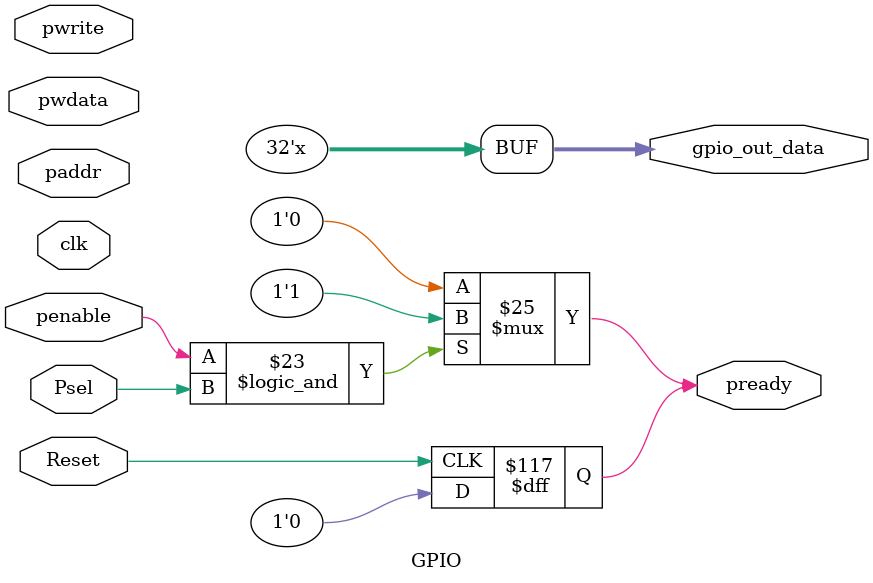
<source format=v>
module GPIO
    (
input  clk , penable,pwrite,Psel,Reset,
input [31:0] pwdata,
input [4:0] paddr,
output reg pready,
output reg [31:0] gpio_out_data
    
);

reg[31:0] memory [0:31];
reg[4:0]read_address;




always @(*) begin
    if (Psel) begin
        if(penable)begin
          
          if(pwrite)begin
            read_address <= paddr;
             memory[read_address] <= pwdata;
          end
          else begin
            gpio_out_data <= memory[read_address];
          end
        end
    end
end
always @(posedge Reset) begin

        pready <= 0;
    
end

always @(penable or Psel)begin
  if(penable && Psel)begin
    pready <= 1'b1; 
  end
  else begin
    pready <= 1'b0; 
    
  end
end
endmodule
</source>
